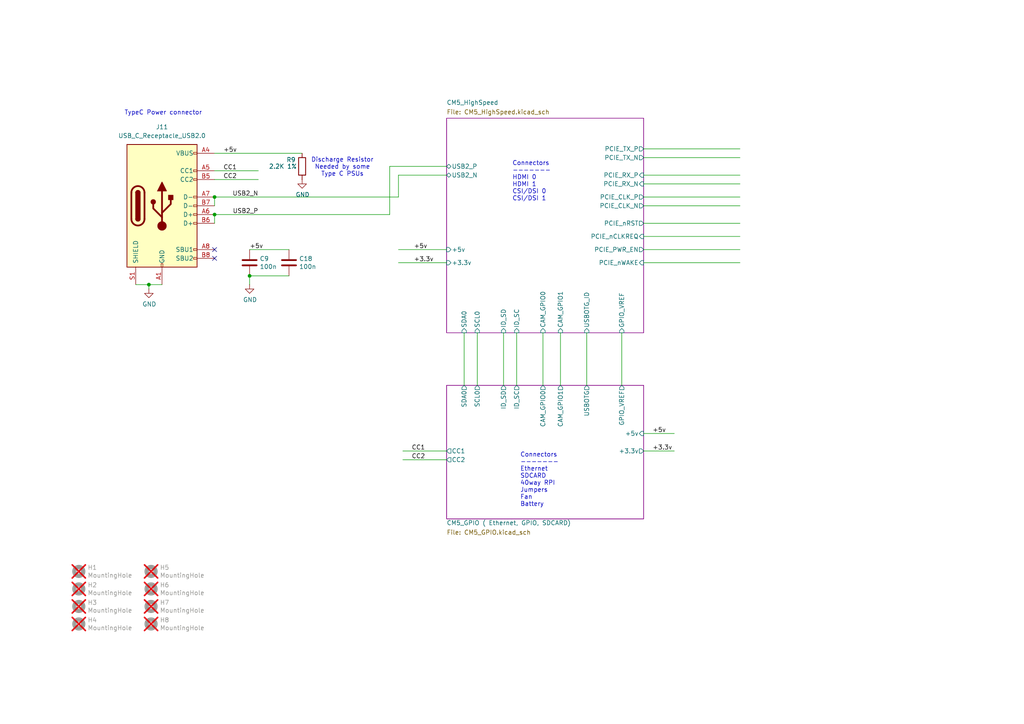
<source format=kicad_sch>
(kicad_sch (version 20250114) (generator "eeschema") (generator_version "9.0")
  (paper "A4")
  (title_block (title "Compute Module 5 IO Board - Top Level") (rev "1") (company "Copyright © 2024 Raspberry Pi Ltd.") (comment 1 "www.raspberrypi.com"))
  (lib_symbols
    (symbol "Connector:USB_C_Receptacle_USB2.0_16P" (pin_names (offset 1.016))
      (property "Reference" "J" (at 0 22.225 0))
      (property "Value" "USB_C_Receptacle_USB2.0_16P" (at 0 19.685 0))
      (symbol "USB_C_Receptacle_USB2.0_16P_0_0"
        (rectangle (start -0.254 -17.78) (end 0.254 -16.764))
        (rectangle (start 10.16 15.494) (end 9.144 14.986))
        (rectangle (start 10.16 10.414) (end 9.144 9.906))
        (rectangle (start 10.16 7.874) (end 9.144 7.366))
        (rectangle (start 10.16 2.794) (end 9.144 2.286))
        (rectangle (start 10.16 0.254) (end 9.144 -0.254))
        (rectangle (start 10.16 -2.286) (end 9.144 -2.794))
        (rectangle (start 10.16 -4.826) (end 9.144 -5.334))
        (rectangle (start 10.16 -12.446) (end 9.144 -12.954))
        (rectangle (start 10.16 -14.986) (end 9.144 -15.494))
      )
      (symbol "USB_C_Receptacle_USB2.0_16P_0_1"
        (rectangle (start -10.16 17.78) (end 10.16 -17.78) (stroke (width 0.254)) (fill (type background)))
        (polyline (pts (xy -8.89 -3.81) (xy -8.89 3.81)) (stroke (width 0.508)))
        (rectangle (start -7.62 -3.81) (end -6.35 3.81) (stroke (width 0.254)) (fill (type outline)))
        (arc (start -7.62 3.81) (mid -6.985 4.4423) (end -6.35 3.81) (stroke (width 0.254)))
        (arc (start -7.62 3.81) (mid -6.985 4.4423) (end -6.35 3.81) (stroke (width 0.254)) (fill (type outline)))
        (arc (start -8.89 3.81) (mid -6.985 5.7067) (end -5.08 3.81) (stroke (width 0.508)))
        (arc (start -5.08 -3.81) (mid -6.985 -5.7067) (end -8.89 -3.81) (stroke (width 0.508)))
        (arc (start -6.35 -3.81) (mid -6.985 -4.4423) (end -7.62 -3.81) (stroke (width 0.254)))
        (arc (start -6.35 -3.81) (mid -6.985 -4.4423) (end -7.62 -3.81) (stroke (width 0.254)) (fill (type outline)))
        (polyline (pts (xy -5.08 3.81) (xy -5.08 -3.81)) (stroke (width 0.508)))
        (circle (center -2.54 1.143) (radius 0.635) (stroke (width 0.254)) (fill (type outline)))
        (polyline (pts (xy -1.27 4.318) (xy 0 6.858) (xy 1.27 4.318) (xy -1.27 4.318)) (stroke (width 0.254)) (fill (type outline)))
        (polyline (pts (xy 0 -2.032) (xy 2.54 0.508) (xy 2.54 1.778)) (stroke (width 0.508)))
        (polyline (pts (xy 0 -3.302) (xy -2.54 -0.762) (xy -2.54 0.508)) (stroke (width 0.508)))
        (polyline (pts (xy 0 -5.842) (xy 0 4.318)) (stroke (width 0.508)))
        (circle (center 0 -5.842) (radius 1.27) (fill (type outline)))
        (rectangle (start 1.905 1.778) (end 3.175 3.048) (stroke (width 0.254)) (fill (type outline)))
      )
      (symbol "USB_C_Receptacle_USB2.0_16P_1_1"
        (pin passive line (at -7.62 -22.86 90) (length 5.08) (name "SHIELD") (number "S1"))
        (pin passive line (at 0 -22.86 90) (length 5.08) (name "GND") (number "A1"))
        (pin passive line (at 0 -22.86 90) (length 5.08) (hide yes) (name "GND") (number "A12"))
        (pin passive line (at 0 -22.86 90) (length 5.08) (hide yes) (name "GND") (number "B1"))
        (pin passive line (at 0 -22.86 90) (length 5.08) (hide yes) (name "GND") (number "B12"))
        (pin passive line (at 15.24 15.24 180) (length 5.08) (name "VBUS") (number "A4"))
        (pin passive line (at 15.24 15.24 180) (length 5.08) (hide yes) (name "VBUS") (number "A9"))
        (pin passive line (at 15.24 15.24 180) (length 5.08) (hide yes) (name "VBUS") (number "B4"))
        (pin passive line (at 15.24 15.24 180) (length 5.08) (hide yes) (name "VBUS") (number "B9"))
        (pin bidirectional line (at 15.24 10.16 180) (length 5.08) (name "CC1") (number "A5"))
        (pin bidirectional line (at 15.24 7.62 180) (length 5.08) (name "CC2") (number "B5"))
        (pin bidirectional line (at 15.24 2.54 180) (length 5.08) (name "D-") (number "A7"))
        (pin bidirectional line (at 15.24 0 180) (length 5.08) (name "D-") (number "B7"))
        (pin bidirectional line (at 15.24 -2.54 180) (length 5.08) (name "D+") (number "A6"))
        (pin bidirectional line (at 15.24 -5.08 180) (length 5.08) (name "D+") (number "B6"))
        (pin bidirectional line (at 15.24 -12.7 180) (length 5.08) (name "SBU1") (number "A8"))
        (pin bidirectional line (at 15.24 -15.24 180) (length 5.08) (name "SBU2") (number "B8"))
      )
    )
    (symbol "Device:C" (pin_numbers (hide yes)) (pin_names (offset 0.254))
      (property "Reference" "C" (at 0.635 2.54 0))
      (property "Value" "C" (at 0.635 -2.54 0))
      (symbol "C_0_1"
        (polyline (pts (xy -2.032 0.762) (xy 2.032 0.762)) (stroke (width 0.508)))
        (polyline (pts (xy -2.032 -0.762) (xy 2.032 -0.762)) (stroke (width 0.508)))
      )
      (symbol "C_1_1"
        (pin passive line (at 0 3.81 270) (length 2.794) (name "~") (number "1"))
        (pin passive line (at 0 -3.81 90) (length 2.794) (name "~") (number "2"))
      )
    )
    (symbol "Device:R" (pin_numbers (hide yes)) (pin_names (offset 0))
      (property "Reference" "R" (at 2.032 0 90))
      (property "Value" "R" (at 0 0 90))
      (symbol "R_0_1"
        (rectangle (start -1.016 -2.54) (end 1.016 2.54) (stroke (width 0.254)))
      )
      (symbol "R_1_1"
        (pin passive line (at 0 3.81 270) (length 1.27) (name "~") (number "1"))
        (pin passive line (at 0 -3.81 90) (length 1.27) (name "~") (number "2"))
      )
    )
    (symbol "Mechanical:MountingHole" (pin_names (offset 1.016))
      (property "Reference" "H" (at 0 5.08 0))
      (property "Value" "MountingHole" (at 0 3.175 0))
      (symbol "MountingHole_0_1"
        (circle (center 0 0) (radius 1.27) (stroke (width 1.27)))
      )
    )
    (symbol "power:GND" (power) (pin_numbers (hide yes)) (pin_names (offset 0) (hide yes))
      (property "Value" "GND" (at 0 -3.81 0))
      (symbol "GND_0_1"
        (polyline (pts (xy 0 0) (xy 0 -1.27) (xy 1.27 -1.27) (xy 0 -2.54) (xy -1.27 -1.27) (xy 0 -1.27)))
      )
      (symbol "GND_1_1"
        (pin power_in line (at 0 0 270) (length 0) (name "~") (number "1"))
      )
    )
  )
  (text "Connectors\n-------\nEthernet\nSDCARD\n40way RPI\nJumpers\nFan\nBattery" (at 150.876 147.066 0) (effects (font (size 1.27 1.27)) (justify left bottom)))
  (text "Discharge Resistor\nNeeded by some\nType C PSUs" (at 99.314 48.514 0) (effects (font (size 1.27 1.27))))
  (text "TypeC Power connector" (at 36.068 33.528 0) (effects (font (size 1.27 1.27)) (justify left bottom)))
  (text "Connectors\n-------\nHDMI 0\nHDMI 1\nCSI/DSI 0\nCSI/DSI 1" (at 148.59 58.42 0) (effects (font (size 1.27 1.27)) (justify left bottom)))
  (junction (at 43.18 82.55))
  (junction (at 72.39 80.01))
  (junction (at 62.23 62.23))
  (junction (at 62.23 57.15))
  (no_connect (at 62.23 74.93))
  (no_connect (at 62.23 72.39))
  (wire (pts (xy 115.57 76.2) (xy 129.54 76.2)))
  (wire (pts (xy 186.69 130.81) (xy 195.58 130.81)))
  (wire (pts (xy 180.34 96.52) (xy 180.34 111.76)))
  (wire (pts (xy 113.03 48.26) (xy 129.54 48.26)))
  (wire (pts (xy 186.69 53.34) (xy 214.63 53.34)))
  (wire (pts (xy 62.23 52.07) (xy 74.93 52.07)))
  (wire (pts (xy 186.69 68.58) (xy 214.63 68.58)))
  (wire (pts (xy 115.57 57.15) (xy 115.57 50.8)))
  (wire (pts (xy 43.18 83.82) (xy 43.18 82.55)))
  (wire (pts (xy 134.62 96.52) (xy 134.62 111.76)))
  (wire (pts (xy 186.69 43.18) (xy 214.63 43.18)))
  (wire (pts (xy 72.39 80.01) (xy 83.82 80.01)))
  (wire (pts (xy 62.23 62.23) (xy 113.03 62.23)))
  (wire (pts (xy 149.86 96.52) (xy 149.86 111.76)))
  (wire (pts (xy 138.43 96.52) (xy 138.43 111.76)))
  (wire (pts (xy 116.84 133.35) (xy 129.54 133.35)))
  (wire (pts (xy 186.69 57.15) (xy 214.63 57.15)))
  (wire (pts (xy 157.48 96.52) (xy 157.48 111.76)))
  (wire (pts (xy 113.03 48.26) (xy 113.03 62.23)))
  (wire (pts (xy 162.56 96.52) (xy 162.56 111.76)))
  (wire (pts (xy 186.69 50.8) (xy 214.63 50.8)))
  (wire (pts (xy 72.39 80.01) (xy 72.39 82.55)))
  (wire (pts (xy 170.18 96.52) (xy 170.18 111.76)))
  (wire (pts (xy 186.69 64.77) (xy 214.63 64.77)))
  (wire (pts (xy 62.23 44.45) (xy 87.63 44.45)))
  (wire (pts (xy 62.23 62.23) (xy 62.23 64.77)))
  (wire (pts (xy 72.39 72.39) (xy 83.82 72.39)))
  (wire (pts (xy 186.69 72.39) (xy 214.63 72.39)))
  (wire (pts (xy 43.18 82.55) (xy 46.99 82.55)))
  (wire (pts (xy 186.69 59.69) (xy 214.63 59.69)))
  (wire (pts (xy 39.37 82.55) (xy 43.18 82.55)))
  (wire (pts (xy 62.23 49.53) (xy 74.93 49.53)))
  (wire (pts (xy 146.05 96.52) (xy 146.05 111.76)))
  (wire (pts (xy 186.69 125.73) (xy 195.58 125.73)))
  (wire (pts (xy 62.23 57.15) (xy 62.23 59.69)))
  (wire (pts (xy 116.84 130.81) (xy 129.54 130.81)))
  (wire (pts (xy 115.57 72.39) (xy 129.54 72.39)))
  (wire (pts (xy 115.57 50.8) (xy 129.54 50.8)))
  (wire (pts (xy 186.69 45.72) (xy 214.63 45.72)))
  (wire (pts (xy 62.23 57.15) (xy 115.57 57.15)))
  (wire (pts (xy 186.69 76.2) (xy 214.63 76.2)))
  (label "+5v" (at 72.39 72.39 0))
  (label "CC1" (at 119.38 130.81 0))
  (label "CC2" (at 119.38 133.35 0))
  (label "+5v" (at 189.23 125.73 0))
  (label "+5v" (at 120.015 72.39 0))
  (label "USB2_P" (at 74.93 62.23 180))
  (label "CC1" (at 64.77 49.53 0))
  (label "USB2_N" (at 74.93 57.15 180))
  (label "+3.3v" (at 189.23 130.81 0))
  (label "+3.3v" (at 120.015 76.2 0))
  (label "CC2" (at 64.77 52.07 0))
  (label "+5v" (at 64.77 44.45 0))
  (symbol (lib_id "Mechanical:MountingHole") (at 22.86 180.975 0) (unit 1) (exclude_from_sim yes) (in_bom no) (dnp yes)
    (property "Reference" "H4" (at 25.4 179.832 0) (effects (justify left)))
    (property "Value" "MountingHole" (at 25.4 182.118 0) (effects (justify left)))
    (property "Footprint" "CM5IO:MountingHole_2.7mm_M2.5_DIN965" (effects (hide yes)))
    (property "Field4" "nf" (effects (hide yes)))
    (property "Field5" "nf" (effects (hide yes)))
    (property "Field6" "nf" (effects (hide yes)))
    (property "Field7" "nf" (effects (hide yes)))
    (property "Part Description" "M2.5 mounting hole" (effects (hide yes)))
  )
  (symbol (lib_id "Mechanical:MountingHole") (at 22.86 175.895 0) (unit 1) (exclude_from_sim yes) (in_bom no) (dnp yes)
    (property "Reference" "H3" (at 25.4 174.752 0) (effects (justify left)))
    (property "Value" "MountingHole" (at 25.4 177.038 0) (effects (justify left)))
    (property "Footprint" "CM5IO:MountingHole_2.7mm_M2.5_DIN965" (effects (hide yes)))
    (property "Field4" "nf" (effects (hide yes)))
    (property "Field5" "nf" (effects (hide yes)))
    (property "Field6" "nf" (effects (hide yes)))
    (property "Field7" "nf" (effects (hide yes)))
    (property "Part Description" "M2.5 mounting hole" (effects (hide yes)))
  )
  (symbol (lib_id "Mechanical:MountingHole") (at 22.86 170.815 0) (unit 1) (exclude_from_sim yes) (in_bom no) (dnp yes)
    (property "Reference" "H2" (at 25.4 169.672 0) (effects (justify left)))
    (property "Value" "MountingHole" (at 25.4 171.958 0) (effects (justify left)))
    (property "Footprint" "CM5IO:MountingHole_2.7mm_M2.5_DIN965" (effects (hide yes)))
    (property "Field4" "nf" (effects (hide yes)))
    (property "Field5" "nf" (effects (hide yes)))
    (property "Field6" "nf" (effects (hide yes)))
    (property "Field7" "nf" (effects (hide yes)))
    (property "Part Description" "M2.5 mounting hole" (effects (hide yes)))
  )
  (symbol (lib_id "Mechanical:MountingHole") (at 22.86 165.735 0) (unit 1) (exclude_from_sim yes) (in_bom no) (dnp yes)
    (property "Reference" "H1" (at 25.4 164.592 0) (effects (justify left)))
    (property "Value" "MountingHole" (at 25.4 166.878 0) (effects (justify left)))
    (property "Footprint" "CM5IO:MountingHole_2.7mm_M2.5_DIN965" (effects (hide yes)))
    (property "Field4" "nf" (effects (hide yes)))
    (property "Field5" "nf" (effects (hide yes)))
    (property "Field6" "nf" (effects (hide yes)))
    (property "Field7" "nf" (effects (hide yes)))
    (property "Part Description" "M2.5 mounting hole" (effects (hide yes)))
  )
  (symbol (lib_id "Mechanical:MountingHole") (at 43.815 165.735 0) (unit 1) (exclude_from_sim yes) (in_bom no) (dnp yes)
    (property "Reference" "H5" (at 46.355 164.592 0) (effects (justify left)))
    (property "Value" "MountingHole" (at 46.355 166.878 0) (effects (justify left)))
    (property "Footprint" "CM5IO:MountingHole_2.7mm_M2.5_DIN965" (effects (hide yes)))
    (property "Field4" "nf" (effects (hide yes)))
    (property "Field5" "nf" (effects (hide yes)))
    (property "Field6" "nf" (effects (hide yes)))
    (property "Field7" "nf" (effects (hide yes)))
    (property "Part Description" "M2.5 mounting hole" (effects (hide yes)))
  )
  (symbol (lib_id "Mechanical:MountingHole") (at 43.815 180.975 0) (unit 1) (exclude_from_sim yes) (in_bom no) (dnp yes)
    (property "Reference" "H8" (at 46.355 179.832 0) (effects (justify left)))
    (property "Value" "MountingHole" (at 46.355 182.118 0) (effects (justify left)))
    (property "Footprint" "CM5IO:MountingHole_2.7mm_M2.5_DIN965" (effects (hide yes)))
    (property "Field4" "nf" (effects (hide yes)))
    (property "Field5" "nf" (effects (hide yes)))
    (property "Field6" "nf" (effects (hide yes)))
    (property "Field7" "nf" (effects (hide yes)))
    (property "Part Description" "M2.5 mounting hole" (effects (hide yes)))
  )
  (symbol (lib_id "Mechanical:MountingHole") (at 43.815 175.895 0) (unit 1) (exclude_from_sim yes) (in_bom no) (dnp yes)
    (property "Reference" "H7" (at 46.355 174.752 0) (effects (justify left)))
    (property "Value" "MountingHole" (at 46.355 177.038 0) (effects (justify left)))
    (property "Footprint" "CM5IO:MountingHole_2.7mm_M2.5_DIN965" (effects (hide yes)))
    (property "Field4" "nf" (effects (hide yes)))
    (property "Field5" "nf" (effects (hide yes)))
    (property "Field6" "nf" (effects (hide yes)))
    (property "Field7" "nf" (effects (hide yes)))
    (property "Part Description" "M2.5 mounting hole" (effects (hide yes)))
  )
  (symbol (lib_id "Mechanical:MountingHole") (at 43.815 170.815 0) (unit 1) (exclude_from_sim yes) (in_bom no) (dnp yes)
    (property "Reference" "H6" (at 46.355 169.672 0) (effects (justify left)))
    (property "Value" "MountingHole" (at 46.355 171.958 0) (effects (justify left)))
    (property "Footprint" "CM5IO:MountingHole_2.7mm_M2.5_DIN965" (effects (hide yes)))
    (property "Field4" "nf" (effects (hide yes)))
    (property "Field5" "nf" (effects (hide yes)))
    (property "Field6" "nf" (effects (hide yes)))
    (property "Field7" "nf" (effects (hide yes)))
    (property "Part Description" "M2.5 mounting hole" (effects (hide yes)))
  )
  (symbol (lib_id "power:GND") (at 87.63 52.07 0) (unit 1)
    (property "Reference" "#PWR031" (effects (hide yes)))
    (property "Value" "GND" (at 87.757 56.4642 0))
    (property "Description" "Power symbol creates a global label with name \"GND\" , ground" (effects (hide yes)))
  )
  (symbol (lib_id "Device:C") (at 83.82 76.2 0) (unit 1)
    (property "Reference" "C18" (at 86.741 75.0316 0) (effects (justify left)))
    (property "Value" "100n" (at 86.741 77.343 0) (effects (justify left)))
    (property "Footprint" "Capacitor_SMD:C_0402_1005Metric" (effects (hide yes)))
    (property "Datasheet" "https://search.murata.co.jp/Ceramy/image/img/A01X/G101/ENG/GRM155R71C104KA88-01.pdf" (effects (hide yes)))
    (property "Field4" "Farnell" (effects (hide yes)))
    (property "Field5" "2611911" (effects (hide yes)))
    (property "Field6" "RM EMK105 B7104KV-F" (effects (hide yes)))
    (property "Field7" "TAIYO YUDEN EUROPE GMBH" (effects (hide yes)))
    (property "Field8" "110091611" (effects (hide yes)))
    (property "Part Description" "	0.1uF 10% 16V Ceramic Capacitor X7R 0402 (1005 Metric)" (effects (hide yes)))
  )
  (symbol (lib_id "Connector:USB_C_Receptacle_USB2.0_16P") (at 46.99 59.69 0) (unit 1)
    (property "Reference" "J11" (at 46.99 36.83 0))
    (property "Value" "USB_C_Receptacle_USB2.0" (at 46.99 39.37 0))
    (property "Footprint" "Connector_USB:USB_C_Receptacle_GCT_USB4105-xx-A_16P_TopMnt_Horizontal" (effects (hide yes)))
    (property "Datasheet" "https://www.usb.org/sites/default/files/documents/usb_type-c.zip" (effects (hide yes)))
    (property "Field5" "USBF31-0171" (effects (hide yes)))
    (property "Field6" "USBF31-0171" (effects (hide yes)))
    (property "Field7" "MTCONN" (effects (hide yes)))
    (property "Part Description" "USBC USB2 data and power connector" (effects (hide yes)))
  )
  (symbol (lib_id "Device:R") (at 87.63 48.26 0) (unit 1)
    (property "Reference" "R9" (at 83.058 46.355 0) (effects (justify left)))
    (property "Value" "2.2K 1%" (at 77.978 48.26 0) (effects (justify left)))
    (property "Footprint" "Resistor_SMD:R_0402_1005Metric" (effects (hide yes)))
    (property "Datasheet" "https://fscdn.rohm.com/en/products/databook/datasheet/passive/resistor/chip_resistor/mcr-e.pdf" (effects (hide yes)))
    (property "Field4" "Farnell" (effects (hide yes)))
    (property "Part Description" "Resistor 2.2K M1005 1% 63mW" (effects (hide yes)))
  )
  (symbol (lib_id "Device:C") (at 72.39 76.2 0) (unit 1)
    (property "Reference" "C9" (at 75.311 75.0316 0) (effects (justify left)))
    (property "Value" "100n" (at 75.311 77.343 0) (effects (justify left)))
    (property "Footprint" "Capacitor_SMD:C_0402_1005Metric" (effects (hide yes)))
    (property "Datasheet" "https://search.murata.co.jp/Ceramy/image/img/A01X/G101/ENG/GRM155R71C104KA88-01.pdf" (effects (hide yes)))
    (property "Field4" "Farnell" (effects (hide yes)))
    (property "Field5" "2611911" (effects (hide yes)))
    (property "Field6" "RM EMK105 B7104KV-F" (effects (hide yes)))
    (property "Field7" "TAIYO YUDEN EUROPE GMBH" (effects (hide yes)))
    (property "Field8" "110091611" (effects (hide yes)))
    (property "Part Description" "	0.1uF 10% 16V Ceramic Capacitor X7R 0402 (1005 Metric)" (effects (hide yes)))
  )
  (symbol (lib_id "power:GND") (at 43.18 83.82 0) (unit 1)
    (property "Reference" "#PWR02" (effects (hide yes)))
    (property "Value" "GND" (at 43.307 88.2142 0))
    (property "Description" "Power symbol creates a global label with name \"GND\" , ground" (effects (hide yes)))
  )
  (symbol (lib_id "power:GND") (at 72.39 82.55 0) (unit 1)
    (property "Reference" "#PWR013" (effects (hide yes)))
    (property "Value" "GND" (at 72.517 86.9442 0))
    (property "Description" "Power symbol creates a global label with name \"GND\" , ground" (effects (hide yes)))
  )
  (sheet (at 129.54 111.76) (size 57.15 38.735) (stroke (width 0.1524) (color 132 0 132 1)) (fill (color 255 255 255 0.0000))
    (property "Sheetname" "CM5_GPIO ( Ethernet, GPIO, SDCARD)" (at 129.54 152.4 0) (effects (justify left bottom)))
    (property "Sheetfile" "CM5_GPIO.kicad_sch" (at 129.54 153.67 0) (effects (justify left top)))
    (pin "ID_SC" output (at 149.86 111.76 90))
    (pin "ID_SD" output (at 146.05 111.76 90))
    (pin "SCL0" output (at 138.43 111.76 90))
    (pin "SDA0" output (at 134.62 111.76 90))
    (pin "+5v" input (at 186.69 125.73 0))
    (pin "+3.3v" output (at 186.69 130.81 0))
    (pin "GPIO_VREF" output (at 180.34 111.76 90))
    (pin "CAM_GPIO0" output (at 157.48 111.76 90))
    (pin "CAM_GPIO1" output (at 162.56 111.76 90))
    (pin "CC1" output (at 129.54 130.81 180))
    (pin "USBOTG" output (at 170.18 111.76 90))
    (pin "CC2" output (at 129.54 133.35 180))
  )
  (sheet (at 129.54 34.29) (size 57.15 62.23) (stroke (width 0.1524) (color 132 0 132 1)) (fill (color 255 255 255 0.0000))
    (property "Sheetname" "CM5_HighSpeed" (at 129.54 30.48 0) (effects (justify left bottom)))
    (property "Sheetfile" "CM5_HighSpeed.kicad_sch" (at 129.54 31.75 0) (effects (justify left top)))
    (pin "USB2_N" bidirectional (at 129.54 50.8 180))
    (pin "USB2_P" bidirectional (at 129.54 48.26 180))
    (pin "ID_SC" input (at 149.86 96.52 270))
    (pin "ID_SD" input (at 146.05 96.52 270))
    (pin "SCL0" input (at 138.43 96.52 270))
    (pin "SDA0" input (at 134.62 96.52 270))
    (pin "+5v" input (at 129.54 72.39 180))
    (pin "PCIE_CLK_P" output (at 186.69 57.15 0))
    (pin "PCIE_CLK_N" output (at 186.69 59.69 0))
    (pin "PCIE_TX_P" output (at 186.69 43.18 0))
    (pin "PCIE_TX_N" output (at 186.69 45.72 0))
    (pin "PCIE_nRST" output (at 186.69 64.77 0))
    (pin "PCIE_RX_P" input (at 186.69 50.8 0))
    (pin "PCIE_RX_N" input (at 186.69 53.34 0))
    (pin "PCIE_nCLKREQ" input (at 186.69 68.58 0))
    (pin "+3.3v" input (at 129.54 76.2 180))
    (pin "USBOTG_ID" input (at 170.18 96.52 270))
    (pin "GPIO_VREF" input (at 180.34 96.52 270))
    (pin "PCIE_PWR_EN" output (at 186.69 72.39 0))
    (pin "PCIE_nWAKE" input (at 186.69 76.2 0))
    (pin "CAM_GPIO0" input (at 157.48 96.52 270))
    (pin "CAM_GPIO1" input (at 162.56 96.52 270))
  )
)
</source>
